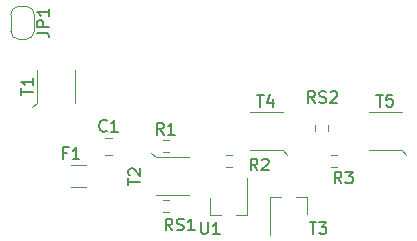
<source format=gbr>
%TF.GenerationSoftware,KiCad,Pcbnew,(6.0.9)*%
%TF.CreationDate,2023-07-03T10:30:08+02:00*%
%TF.ProjectId,ModuleBattery18650,4d6f6475-6c65-4426-9174-746572793138,rev?*%
%TF.SameCoordinates,Original*%
%TF.FileFunction,Legend,Top*%
%TF.FilePolarity,Positive*%
%FSLAX46Y46*%
G04 Gerber Fmt 4.6, Leading zero omitted, Abs format (unit mm)*
G04 Created by KiCad (PCBNEW (6.0.9)) date 2023-07-03 10:30:08*
%MOMM*%
%LPD*%
G01*
G04 APERTURE LIST*
%ADD10C,0.150000*%
%ADD11C,0.120000*%
G04 APERTURE END LIST*
D10*
%TO.C,RS2*%
X155567142Y-111577380D02*
X155233809Y-111101190D01*
X154995714Y-111577380D02*
X154995714Y-110577380D01*
X155376666Y-110577380D01*
X155471904Y-110625000D01*
X155519523Y-110672619D01*
X155567142Y-110767857D01*
X155567142Y-110910714D01*
X155519523Y-111005952D01*
X155471904Y-111053571D01*
X155376666Y-111101190D01*
X154995714Y-111101190D01*
X155948095Y-111529761D02*
X156090952Y-111577380D01*
X156329047Y-111577380D01*
X156424285Y-111529761D01*
X156471904Y-111482142D01*
X156519523Y-111386904D01*
X156519523Y-111291666D01*
X156471904Y-111196428D01*
X156424285Y-111148809D01*
X156329047Y-111101190D01*
X156138571Y-111053571D01*
X156043333Y-111005952D01*
X155995714Y-110958333D01*
X155948095Y-110863095D01*
X155948095Y-110767857D01*
X155995714Y-110672619D01*
X156043333Y-110625000D01*
X156138571Y-110577380D01*
X156376666Y-110577380D01*
X156519523Y-110625000D01*
X156900476Y-110672619D02*
X156948095Y-110625000D01*
X157043333Y-110577380D01*
X157281428Y-110577380D01*
X157376666Y-110625000D01*
X157424285Y-110672619D01*
X157471904Y-110767857D01*
X157471904Y-110863095D01*
X157424285Y-111005952D01*
X156852857Y-111577380D01*
X157471904Y-111577380D01*
%TO.C,F1*%
X134591666Y-115803571D02*
X134258333Y-115803571D01*
X134258333Y-116327380D02*
X134258333Y-115327380D01*
X134734523Y-115327380D01*
X135639285Y-116327380D02*
X135067857Y-116327380D01*
X135353571Y-116327380D02*
X135353571Y-115327380D01*
X135258333Y-115470238D01*
X135163095Y-115565476D01*
X135067857Y-115613095D01*
%TO.C,T2*%
X139787380Y-118541904D02*
X139787380Y-117970476D01*
X140787380Y-118256190D02*
X139787380Y-118256190D01*
X139882619Y-117684761D02*
X139835000Y-117637142D01*
X139787380Y-117541904D01*
X139787380Y-117303809D01*
X139835000Y-117208571D01*
X139882619Y-117160952D01*
X139977857Y-117113333D01*
X140073095Y-117113333D01*
X140215952Y-117160952D01*
X140787380Y-117732380D01*
X140787380Y-117113333D01*
%TO.C,RS1*%
X143502142Y-122372380D02*
X143168809Y-121896190D01*
X142930714Y-122372380D02*
X142930714Y-121372380D01*
X143311666Y-121372380D01*
X143406904Y-121420000D01*
X143454523Y-121467619D01*
X143502142Y-121562857D01*
X143502142Y-121705714D01*
X143454523Y-121800952D01*
X143406904Y-121848571D01*
X143311666Y-121896190D01*
X142930714Y-121896190D01*
X143883095Y-122324761D02*
X144025952Y-122372380D01*
X144264047Y-122372380D01*
X144359285Y-122324761D01*
X144406904Y-122277142D01*
X144454523Y-122181904D01*
X144454523Y-122086666D01*
X144406904Y-121991428D01*
X144359285Y-121943809D01*
X144264047Y-121896190D01*
X144073571Y-121848571D01*
X143978333Y-121800952D01*
X143930714Y-121753333D01*
X143883095Y-121658095D01*
X143883095Y-121562857D01*
X143930714Y-121467619D01*
X143978333Y-121420000D01*
X144073571Y-121372380D01*
X144311666Y-121372380D01*
X144454523Y-121420000D01*
X145406904Y-122372380D02*
X144835476Y-122372380D01*
X145121190Y-122372380D02*
X145121190Y-121372380D01*
X145025952Y-121515238D01*
X144930714Y-121610476D01*
X144835476Y-121658095D01*
%TO.C,T5*%
X160755595Y-110882380D02*
X161327023Y-110882380D01*
X161041309Y-111882380D02*
X161041309Y-110882380D01*
X162136547Y-110882380D02*
X161660357Y-110882380D01*
X161612738Y-111358571D01*
X161660357Y-111310952D01*
X161755595Y-111263333D01*
X161993690Y-111263333D01*
X162088928Y-111310952D01*
X162136547Y-111358571D01*
X162184166Y-111453809D01*
X162184166Y-111691904D01*
X162136547Y-111787142D01*
X162088928Y-111834761D01*
X161993690Y-111882380D01*
X161755595Y-111882380D01*
X161660357Y-111834761D01*
X161612738Y-111787142D01*
%TO.C,R3*%
X157821333Y-118392380D02*
X157488000Y-117916190D01*
X157249904Y-118392380D02*
X157249904Y-117392380D01*
X157630857Y-117392380D01*
X157726095Y-117440000D01*
X157773714Y-117487619D01*
X157821333Y-117582857D01*
X157821333Y-117725714D01*
X157773714Y-117820952D01*
X157726095Y-117868571D01*
X157630857Y-117916190D01*
X157249904Y-117916190D01*
X158154666Y-117392380D02*
X158773714Y-117392380D01*
X158440380Y-117773333D01*
X158583238Y-117773333D01*
X158678476Y-117820952D01*
X158726095Y-117868571D01*
X158773714Y-117963809D01*
X158773714Y-118201904D01*
X158726095Y-118297142D01*
X158678476Y-118344761D01*
X158583238Y-118392380D01*
X158297523Y-118392380D01*
X158202285Y-118344761D01*
X158154666Y-118297142D01*
%TO.C,JP1*%
X132062380Y-105623333D02*
X132776666Y-105623333D01*
X132919523Y-105670952D01*
X133014761Y-105766190D01*
X133062380Y-105909047D01*
X133062380Y-106004285D01*
X133062380Y-105147142D02*
X132062380Y-105147142D01*
X132062380Y-104766190D01*
X132110000Y-104670952D01*
X132157619Y-104623333D01*
X132252857Y-104575714D01*
X132395714Y-104575714D01*
X132490952Y-104623333D01*
X132538571Y-104670952D01*
X132586190Y-104766190D01*
X132586190Y-105147142D01*
X133062380Y-103623333D02*
X133062380Y-104194761D01*
X133062380Y-103909047D02*
X132062380Y-103909047D01*
X132205238Y-104004285D01*
X132300476Y-104099523D01*
X132348095Y-104194761D01*
%TO.C,T1*%
X130707380Y-110921904D02*
X130707380Y-110350476D01*
X131707380Y-110636190D02*
X130707380Y-110636190D01*
X131707380Y-109493333D02*
X131707380Y-110064761D01*
X131707380Y-109779047D02*
X130707380Y-109779047D01*
X130850238Y-109874285D01*
X130945476Y-109969523D01*
X130993095Y-110064761D01*
%TO.C,C1*%
X137933333Y-113917142D02*
X137885714Y-113964761D01*
X137742857Y-114012380D01*
X137647619Y-114012380D01*
X137504761Y-113964761D01*
X137409523Y-113869523D01*
X137361904Y-113774285D01*
X137314285Y-113583809D01*
X137314285Y-113440952D01*
X137361904Y-113250476D01*
X137409523Y-113155238D01*
X137504761Y-113060000D01*
X137647619Y-113012380D01*
X137742857Y-113012380D01*
X137885714Y-113060000D01*
X137933333Y-113107619D01*
X138885714Y-114012380D02*
X138314285Y-114012380D01*
X138600000Y-114012380D02*
X138600000Y-113012380D01*
X138504761Y-113155238D01*
X138409523Y-113250476D01*
X138314285Y-113298095D01*
%TO.C,T3*%
X155118095Y-121677380D02*
X155689523Y-121677380D01*
X155403809Y-122677380D02*
X155403809Y-121677380D01*
X155927619Y-121677380D02*
X156546666Y-121677380D01*
X156213333Y-122058333D01*
X156356190Y-122058333D01*
X156451428Y-122105952D01*
X156499047Y-122153571D01*
X156546666Y-122248809D01*
X156546666Y-122486904D01*
X156499047Y-122582142D01*
X156451428Y-122629761D01*
X156356190Y-122677380D01*
X156070476Y-122677380D01*
X155975238Y-122629761D01*
X155927619Y-122582142D01*
%TO.C,U1*%
X145923095Y-121677380D02*
X145923095Y-122486904D01*
X145970714Y-122582142D01*
X146018333Y-122629761D01*
X146113571Y-122677380D01*
X146304047Y-122677380D01*
X146399285Y-122629761D01*
X146446904Y-122582142D01*
X146494523Y-122486904D01*
X146494523Y-121677380D01*
X147494523Y-122677380D02*
X146923095Y-122677380D01*
X147208809Y-122677380D02*
X147208809Y-121677380D01*
X147113571Y-121820238D01*
X147018333Y-121915476D01*
X146923095Y-121963095D01*
%TO.C,R2*%
X150709333Y-117292380D02*
X150376000Y-116816190D01*
X150137904Y-117292380D02*
X150137904Y-116292380D01*
X150518857Y-116292380D01*
X150614095Y-116340000D01*
X150661714Y-116387619D01*
X150709333Y-116482857D01*
X150709333Y-116625714D01*
X150661714Y-116720952D01*
X150614095Y-116768571D01*
X150518857Y-116816190D01*
X150137904Y-116816190D01*
X151090285Y-116387619D02*
X151137904Y-116340000D01*
X151233142Y-116292380D01*
X151471238Y-116292380D01*
X151566476Y-116340000D01*
X151614095Y-116387619D01*
X151661714Y-116482857D01*
X151661714Y-116578095D01*
X151614095Y-116720952D01*
X151042666Y-117292380D01*
X151661714Y-117292380D01*
%TO.C,R1*%
X142759333Y-114262380D02*
X142426000Y-113786190D01*
X142187904Y-114262380D02*
X142187904Y-113262380D01*
X142568857Y-113262380D01*
X142664095Y-113310000D01*
X142711714Y-113357619D01*
X142759333Y-113452857D01*
X142759333Y-113595714D01*
X142711714Y-113690952D01*
X142664095Y-113738571D01*
X142568857Y-113786190D01*
X142187904Y-113786190D01*
X143711714Y-114262380D02*
X143140285Y-114262380D01*
X143426000Y-114262380D02*
X143426000Y-113262380D01*
X143330761Y-113405238D01*
X143235523Y-113500476D01*
X143140285Y-113548095D01*
%TO.C,T4*%
X150673095Y-110882380D02*
X151244523Y-110882380D01*
X150958809Y-111882380D02*
X150958809Y-110882380D01*
X152006428Y-111215714D02*
X152006428Y-111882380D01*
X151768333Y-110834761D02*
X151530238Y-111549047D01*
X152149285Y-111549047D01*
D11*
%TO.C,RS2*%
X156656500Y-113970724D02*
X156656500Y-113461276D01*
X155611500Y-113970724D02*
X155611500Y-113461276D01*
%TO.C,F1*%
X134957936Y-116870000D02*
X136162064Y-116870000D01*
X134957936Y-118690000D02*
X136162064Y-118690000D01*
%TO.C,T2*%
X142110000Y-119380000D02*
X144910000Y-119380000D01*
X142110000Y-116180000D02*
X144910000Y-116180000D01*
X142110000Y-116180000D02*
X141710000Y-115780000D01*
%TO.C,RS1*%
X142671276Y-119797500D02*
X143180724Y-119797500D01*
X142671276Y-120842500D02*
X143180724Y-120842500D01*
%TO.C,T5*%
X162917500Y-115570000D02*
X163317500Y-115970000D01*
X162917500Y-112370000D02*
X160117500Y-112370000D01*
X162917500Y-115570000D02*
X160117500Y-115570000D01*
%TO.C,R3*%
X157404724Y-117032500D02*
X156895276Y-117032500D01*
X157404724Y-115987500D02*
X156895276Y-115987500D01*
%TO.C,JP1*%
X131110000Y-106190000D02*
X130510000Y-106190000D01*
X129810000Y-105490000D02*
X129810000Y-104090000D01*
X130510000Y-103390000D02*
X131110000Y-103390000D01*
X131810000Y-104090000D02*
X131810000Y-105490000D01*
X129810000Y-105490000D02*
G75*
G03*
X130510000Y-106190000I700000J0D01*
G01*
X130510000Y-103390000D02*
G75*
G03*
X129810000Y-104090000I-1J-699999D01*
G01*
X131810000Y-104090000D02*
G75*
G03*
X131110000Y-103390000I-699999J1D01*
G01*
X131110000Y-106190000D02*
G75*
G03*
X131810000Y-105490000I0J700000D01*
G01*
%TO.C,T1*%
X135255000Y-111560000D02*
X135255000Y-108760000D01*
X132055000Y-111560000D02*
X132055000Y-108760000D01*
X132055000Y-111560000D02*
X131655000Y-111960000D01*
%TO.C,C1*%
X137838748Y-115975000D02*
X138361252Y-115975000D01*
X137838748Y-114505000D02*
X138361252Y-114505000D01*
%TO.C,T3*%
X154920000Y-119560000D02*
X154920000Y-121020000D01*
X151760000Y-119560000D02*
X151760000Y-122720000D01*
X154920000Y-119560000D02*
X153990000Y-119560000D01*
X151760000Y-119560000D02*
X152690000Y-119560000D01*
%TO.C,U1*%
X149840000Y-121080000D02*
X149840000Y-117920000D01*
X149840000Y-121080000D02*
X148910000Y-121080000D01*
X146680000Y-121080000D02*
X146680000Y-119620000D01*
X146680000Y-121080000D02*
X147610000Y-121080000D01*
%TO.C,R2*%
X148005276Y-117032500D02*
X148514724Y-117032500D01*
X148005276Y-115987500D02*
X148514724Y-115987500D01*
%TO.C,R1*%
X142671276Y-115762500D02*
X143180724Y-115762500D01*
X142671276Y-114717500D02*
X143180724Y-114717500D01*
%TO.C,T4*%
X152835000Y-115570000D02*
X150035000Y-115570000D01*
X152835000Y-112370000D02*
X150035000Y-112370000D01*
X152835000Y-115570000D02*
X153235000Y-115970000D01*
%TD*%
M02*

</source>
